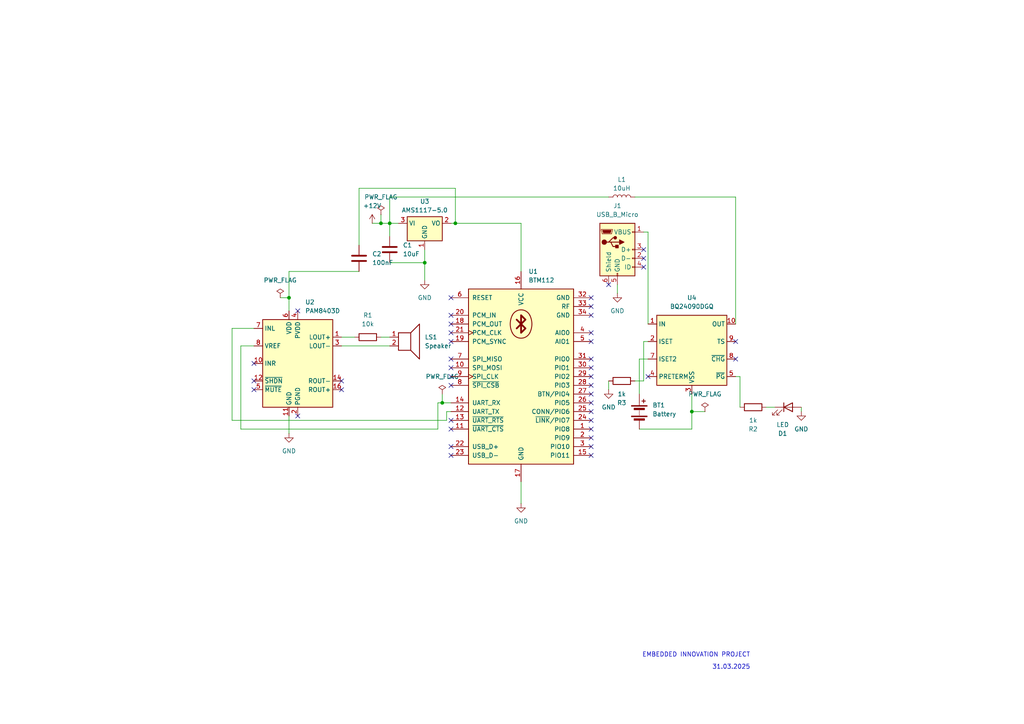
<source format=kicad_sch>
(kicad_sch (version 20250114) (generator "eeschema") (generator_version "9.0")
  (paper "A4")
  (lib_symbols
    (symbol "Amplifier_Audio:PAM8403D"
      (property "Reference" "U" (at 1.27 16.51 0))
      (property "Value" "PAM8403D" (at 6.096 14.224 0))
      (symbol "PAM8403D_0_1"
        (rectangle (start -10.16 12.7) (end 10.16 -12.7) (stroke (width 0.254)) (fill (type background)))
      )
      (symbol "PAM8403D_1_1"
        (pin input line (at -12.7 10.16 0) (length 2.54) (name "INL") (number "7"))
        (pin input line (at -12.7 5.08 0) (length 2.54) (name "VREF") (number "8"))
        (pin input line (at -12.7 0 0) (length 2.54) (name "INR") (number "10"))
        (pin input line (at -12.7 -5.08 0) (length 2.54) (name "~{SHDN}") (number "12"))
        (pin input line (at -12.7 -7.62 0) (length 2.54) (name "~{MUTE}") (number "5"))
        (pin power_in line (at -2.54 15.24 270) (length 2.54) (name "VDD") (number "6"))
        (pin power_in line (at -2.54 -15.24 90) (length 2.54) (name "GND") (number "11"))
        (pin passive line (at 0 15.24 270) (length 2.54) (hide yes) (name "PVDD") (number "13"))
        (pin power_in line (at 0 15.24 270) (length 2.54) (name "PVDD") (number "4"))
        (pin passive line (at 0 -15.24 90) (length 2.54) (hide yes) (name "PGND") (number "15"))
        (pin power_in line (at 0 -15.24 90) (length 2.54) (name "PGND") (number "2"))
        (pin no_connect line (at 10.16 -10.16 180) (length 2.54) (hide yes) (name "NC") (number "9"))
        (pin output line (at 12.7 7.62 180) (length 2.54) (name "LOUT+") (number "1"))
        (pin output line (at 12.7 5.08 180) (length 2.54) (name "LOUT-") (number "3"))
        (pin output line (at 12.7 -5.08 180) (length 2.54) (name "ROUT-") (number "14"))
        (pin output line (at 12.7 -7.62 180) (length 2.54) (name "ROUT+") (number "16"))
      )
    )
    (symbol "Battery_Management:BQ24090DGQ"
      (property "Reference" "U" (at -9.398 13.462 0))
      (property "Value" "BQ24090DGQ" (at -3.81 11.43 0))
      (symbol "BQ24090DGQ_0_1"
        (rectangle (start -10.16 10.16) (end 10.16 -10.16) (stroke (width 0.254)) (fill (type background)))
      )
      (symbol "BQ24090DGQ_1_1"
        (pin power_in line (at -12.7 7.62 0) (length 2.54) (name "IN") (number "1"))
        (pin passive line (at -12.7 2.54 0) (length 2.54) (name "ISET") (number "2"))
        (pin passive line (at -12.7 -2.54 0) (length 2.54) (name "ISET2") (number "7"))
        (pin passive line (at -12.7 -7.62 0) (length 2.54) (name "PRETERM") (number "4"))
        (pin passive line (at 0 -12.7 90) (length 2.54) (hide yes) (name "VSS") (number "11"))
        (pin power_in line (at 0 -12.7 90) (length 2.54) (name "VSS") (number "3"))
        (pin no_connect line (at 5.08 -10.16 90) (length 2.54) (hide yes) (name "NC") (number "6"))
        (pin power_out line (at 12.7 7.62 180) (length 2.54) (name "OUT") (number "10"))
        (pin passive line (at 12.7 2.54 180) (length 2.54) (name "TS") (number "9"))
        (pin open_collector line (at 12.7 -2.54 180) (length 2.54) (name "~{CHG}") (number "8"))
        (pin open_collector line (at 12.7 -7.62 180) (length 2.54) (name "~{PG}") (number "5"))
      )
    )
    (symbol "Connector:USB_B_Micro" (pin_names (offset 1.016))
      (property "Reference" "J" (at -5.08 11.43 0))
      (property "Value" "USB_B_Micro" (at -5.08 8.89 0))
      (symbol "USB_B_Micro_0_1"
        (rectangle (start -5.08 -7.62) (end 5.08 7.62) (stroke (width 0.254)) (fill (type background)))
        (polyline (pts (xy -4.699 5.842) (xy -4.699 5.588) (xy -4.445 4.826) (xy -4.445 4.572) (xy -1.651 4.572) (xy -1.651 4.826) (xy -1.397 5.588) (xy -1.397 5.842) (xy -4.699 5.842)))
        (polyline (pts (xy -4.318 5.588) (xy -1.778 5.588) (xy -2.032 4.826) (xy -4.064 4.826) (xy -4.318 5.588)) (fill (type outline)))
        (circle (center -3.81 2.159) (radius 0.635) (stroke (width 0.254)) (fill (type outline)))
        (polyline (pts (xy -3.175 2.159) (xy -2.54 2.159) (xy -1.27 3.429) (xy -0.635 3.429)) (stroke (width 0.254)))
        (polyline (pts (xy -2.54 2.159) (xy -1.905 2.159) (xy -1.27 0.889) (xy 0 0.889)) (stroke (width 0.254)))
        (polyline (pts (xy -1.905 2.159) (xy 0.635 2.159)) (stroke (width 0.254)))
        (circle (center -0.635 3.429) (radius 0.381) (stroke (width 0.254)) (fill (type outline)))
        (rectangle (start -0.127 -7.62) (end 0.127 -6.858))
        (rectangle (start 0.254 1.27) (end -0.508 0.508) (stroke (width 0.254)) (fill (type outline)))
        (polyline (pts (xy 0.635 2.794) (xy 0.635 1.524) (xy 1.905 2.159) (xy 0.635 2.794)) (stroke (width 0.254)) (fill (type outline)))
        (rectangle (start 5.08 4.953) (end 4.318 5.207))
        (rectangle (start 5.08 -0.127) (end 4.318 0.127))
        (rectangle (start 5.08 -2.667) (end 4.318 -2.413))
        (rectangle (start 5.08 -5.207) (end 4.318 -4.953))
      )
      (symbol "USB_B_Micro_1_1"
        (pin passive line (at -2.54 -10.16 90) (length 2.54) (name "Shield") (number "6"))
        (pin power_out line (at 0 -10.16 90) (length 2.54) (name "GND") (number "5"))
        (pin power_out line (at 7.62 5.08 180) (length 2.54) (name "VBUS") (number "1"))
        (pin bidirectional line (at 7.62 0 180) (length 2.54) (name "D+") (number "3"))
        (pin bidirectional line (at 7.62 -2.54 180) (length 2.54) (name "D-") (number "2"))
        (pin passive line (at 7.62 -5.08 180) (length 2.54) (name "ID") (number "4"))
      )
    )
    (symbol "Device:Battery" (pin_numbers (hide yes)) (pin_names (offset 0) (hide yes))
      (property "Reference" "BT" (at 2.54 2.54 0))
      (property "Value" "Battery" (at 2.54 0 0))
      (symbol "Battery_0_1"
        (rectangle (start -2.286 1.778) (end 2.286 1.524) (fill (type outline)))
        (rectangle (start -2.286 -1.27) (end 2.286 -1.524) (fill (type outline)))
        (rectangle (start -1.524 1.016) (end 1.524 0.508) (fill (type outline)))
        (rectangle (start -1.524 -2.032) (end 1.524 -2.54) (fill (type outline)))
        (polyline (pts (xy 0 1.778) (xy 0 2.54)))
        (polyline (pts (xy 0 0) (xy 0 0.254)))
        (polyline (pts (xy 0 -0.508) (xy 0 -0.254)))
        (polyline (pts (xy 0 -1.016) (xy 0 -0.762)))
        (polyline (pts (xy 0.762 3.048) (xy 1.778 3.048)) (stroke (width 0.254)))
        (polyline (pts (xy 1.27 3.556) (xy 1.27 2.54)) (stroke (width 0.254)))
      )
      (symbol "Battery_1_1"
        (pin passive line (at 0 5.08 270) (length 2.54) (name "+") (number "1"))
        (pin passive line (at 0 -5.08 90) (length 2.54) (name "-") (number "2"))
      )
    )
    (symbol "Device:C" (pin_numbers (hide yes)) (pin_names (offset 0.254))
      (property "Reference" "C" (at 0.635 2.54 0))
      (property "Value" "C" (at 0.635 -2.54 0))
      (symbol "C_0_1"
        (polyline (pts (xy -2.032 0.762) (xy 2.032 0.762)) (stroke (width 0.508)))
        (polyline (pts (xy -2.032 -0.762) (xy 2.032 -0.762)) (stroke (width 0.508)))
      )
      (symbol "C_1_1"
        (pin passive line (at 0 3.81 270) (length 2.794) (name "~") (number "1"))
        (pin passive line (at 0 -3.81 90) (length 2.794) (name "~") (number "2"))
      )
    )
    (symbol "Device:L" (pin_numbers (hide yes)) (pin_names (offset 1.016) (hide yes))
      (property "Reference" "L" (at -1.27 0 90))
      (property "Value" "L" (at 1.905 0 90))
      (symbol "L_0_1"
        (arc (start 0 2.54) (mid 0.6323 1.905) (end 0 1.27))
        (arc (start 0 1.27) (mid 0.6323 0.635) (end 0 0))
        (arc (start 0 0) (mid 0.6323 -0.635) (end 0 -1.27))
        (arc (start 0 -1.27) (mid 0.6323 -1.905) (end 0 -2.54))
      )
      (symbol "L_1_1"
        (pin passive line (at 0 3.81 270) (length 1.27) (name "1") (number "1"))
        (pin passive line (at 0 -3.81 90) (length 1.27) (name "2") (number "2"))
      )
    )
    (symbol "Device:LED" (pin_numbers (hide yes)) (pin_names (offset 1.016) (hide yes))
      (property "Reference" "D" (at 0 2.54 0))
      (property "Value" "LED" (at 0 -2.54 0))
      (symbol "LED_0_1"
        (polyline (pts (xy -3.048 -0.762) (xy -4.572 -2.286) (xy -3.81 -2.286) (xy -4.572 -2.286) (xy -4.572 -1.524)))
        (polyline (pts (xy -1.778 -0.762) (xy -3.302 -2.286) (xy -2.54 -2.286) (xy -3.302 -2.286) (xy -3.302 -1.524)))
        (polyline (pts (xy -1.27 0) (xy 1.27 0)))
        (polyline (pts (xy -1.27 -1.27) (xy -1.27 1.27)) (stroke (width 0.254)))
        (polyline (pts (xy 1.27 -1.27) (xy 1.27 1.27) (xy -1.27 0) (xy 1.27 -1.27)) (stroke (width 0.254)))
      )
      (symbol "LED_1_1"
        (pin passive line (at -3.81 0 0) (length 2.54) (name "K") (number "1"))
        (pin passive line (at 3.81 0 180) (length 2.54) (name "A") (number "2"))
      )
    )
    (symbol "Device:R" (pin_numbers (hide yes)) (pin_names (offset 0))
      (property "Reference" "R" (at 2.032 0 90))
      (property "Value" "R" (at 0 0 90))
      (symbol "R_0_1"
        (rectangle (start -1.016 -2.54) (end 1.016 2.54) (stroke (width 0.254)))
      )
      (symbol "R_1_1"
        (pin passive line (at 0 3.81 270) (length 1.27) (name "~") (number "1"))
        (pin passive line (at 0 -3.81 90) (length 1.27) (name "~") (number "2"))
      )
    )
    (symbol "Device:Speaker" (pin_names (offset 0) (hide yes))
      (property "Reference" "LS" (at 1.27 5.715 0))
      (property "Value" "Speaker" (at 1.27 3.81 0))
      (symbol "Speaker_0_0"
        (rectangle (start -2.54 1.27) (end 1.016 -3.81) (stroke (width 0.254)))
        (polyline (pts (xy 1.016 1.27) (xy 3.556 3.81) (xy 3.556 -6.35) (xy 1.016 -3.81)) (stroke (width 0.254)))
      )
      (symbol "Speaker_1_1"
        (pin input line (at -5.08 0 0) (length 2.54) (name "1") (number "1"))
        (pin input line (at -5.08 -2.54 0) (length 2.54) (name "2") (number "2"))
      )
    )
    (symbol "RF_Bluetooth:BTM112" (pin_names (offset 1.016))
      (property "Reference" "U" (at -15.24 29.21 0))
      (property "Value" "BTM112" (at -15.24 26.67 0))
      (symbol "BTM112_0_1"
        (rectangle (start -15.24 25.4) (end 15.24 -25.4) (stroke (width 0.254)) (fill (type background)))
        (arc (start 2.54 17.78) (mid 3.1396 15.24) (end 2.54 12.7) (stroke (width 0.254)) (fill (type background)))
        (polyline (pts (xy 0 17.78) (xy 1.27 16.51) (xy 0 15.24) (xy 1.27 13.97) (xy 0 12.7) (xy 0 17.78)) (stroke (width 0.508)))
        (arc (start -2.54 17.78) (mid 0 19.3498) (end 2.54 17.78) (stroke (width 0.254)) (fill (type background)))
        (polyline (pts (xy 0 15.24) (xy -1.27 16.51)) (stroke (width 0.508)))
        (polyline (pts (xy 0 15.24) (xy -1.27 13.97)) (stroke (width 0.508)))
        (arc (start 2.54 12.7) (mid 0 11.1302) (end -2.54 12.7) (stroke (width 0.254)) (fill (type background)))
        (arc (start -2.54 12.7) (mid -3.1396 15.24) (end -2.54 17.78) (stroke (width 0.254)) (fill (type background)))
      )
      (symbol "BTM112_1_1"
        (pin input line (at -20.32 22.86 0) (length 5.08) (name "RESET") (number "6"))
        (pin input line (at -20.32 17.78 0) (length 5.08) (name "PCM_IN") (number "20"))
        (pin output line (at -20.32 15.24 0) (length 5.08) (name "PCM_OUT") (number "18"))
        (pin bidirectional clock (at -20.32 12.7 0) (length 5.08) (name "PCM_CLK") (number "21"))
        (pin bidirectional line (at -20.32 10.16 0) (length 5.08) (name "PCM_SYNC") (number "19"))
        (pin output line (at -20.32 5.08 0) (length 5.08) (name "SPI_MISO") (number "7"))
        (pin input line (at -20.32 2.54 0) (length 5.08) (name "SPI_MOSI") (number "10"))
        (pin input clock (at -20.32 0 0) (length 5.08) (name "SPI_CLK") (number "9"))
        (pin input line (at -20.32 -2.54 0) (length 5.08) (name "~{SPI_CSB}") (number "8"))
        (pin input line (at -20.32 -7.62 0) (length 5.08) (name "UART_RX") (number "14"))
        (pin output line (at -20.32 -10.16 0) (length 5.08) (name "UART_TX") (number "12"))
        (pin output line (at -20.32 -12.7 0) (length 5.08) (name "~{UART_RTS}") (number "13"))
        (pin input line (at -20.32 -15.24 0) (length 5.08) (name "~{UART_CTS}") (number "11"))
        (pin bidirectional line (at -20.32 -20.32 0) (length 5.08) (name "USB_D+") (number "22"))
        (pin bidirectional line (at -20.32 -22.86 0) (length 5.08) (name "USB_D-") (number "23"))
        (pin power_in line (at 0 30.48 270) (length 5.08) (name "VCC") (number "16"))
        (pin power_in line (at 0 -30.48 90) (length 5.08) (name "GND") (number "17"))
        (pin power_in line (at 20.32 22.86 180) (length 5.08) (name "GND") (number "32"))
        (pin passive line (at 20.32 20.32 180) (length 5.08) (name "RF") (number "33"))
        (pin power_in line (at 20.32 17.78 180) (length 5.08) (name "GND") (number "34"))
        (pin passive line (at 20.32 12.7 180) (length 5.08) (name "AIO0") (number "4"))
        (pin passive line (at 20.32 10.16 180) (length 5.08) (name "AIO1") (number "5"))
        (pin bidirectional line (at 20.32 5.08 180) (length 5.08) (name "PIO0") (number "31"))
        (pin bidirectional line (at 20.32 2.54 180) (length 5.08) (name "PIO1") (number "30"))
        (pin bidirectional line (at 20.32 0 180) (length 5.08) (name "PIO2") (number "29"))
        (pin bidirectional line (at 20.32 -2.54 180) (length 5.08) (name "PIO3") (number "28"))
        (pin bidirectional line (at 20.32 -5.08 180) (length 5.08) (name "BTN/PIO4") (number "27"))
        (pin bidirectional line (at 20.32 -7.62 180) (length 5.08) (name "PIO5") (number "26"))
        (pin bidirectional line (at 20.32 -10.16 180) (length 5.08) (name "CONN/PIO6") (number "25"))
        (pin bidirectional line (at 20.32 -12.7 180) (length 5.08) (name "~{LINK}/PIO7") (number "24"))
        (pin bidirectional line (at 20.32 -15.24 180) (length 5.08) (name "PIO8") (number "1"))
        (pin bidirectional line (at 20.32 -17.78 180) (length 5.08) (name "PIO9") (number "2"))
        (pin bidirectional line (at 20.32 -20.32 180) (length 5.08) (name "PIO10") (number "3"))
        (pin bidirectional line (at 20.32 -22.86 180) (length 5.08) (name "PIO11") (number "15"))
      )
    )
    (symbol "Regulator_Linear:AMS1117-5.0"
      (property "Reference" "U" (at -3.81 3.175 0))
      (property "Value" "AMS1117-5.0" (at 0 3.175 0))
      (symbol "AMS1117-5.0_0_1"
        (rectangle (start -5.08 -5.08) (end 5.08 1.905) (stroke (width 0.254)) (fill (type background)))
      )
      (symbol "AMS1117-5.0_1_1"
        (pin power_in line (at -7.62 0 0) (length 2.54) (name "VI") (number "3"))
        (pin power_in line (at 0 -7.62 90) (length 2.54) (name "GND") (number "1"))
        (pin power_out line (at 7.62 0 180) (length 2.54) (name "VO") (number "2"))
      )
    )
    (symbol "power:+12V" (power) (pin_numbers (hide yes)) (pin_names (offset 0) (hide yes))
      (property "Value" "+12V" (at 0 3.556 0))
      (symbol "+12V_0_1"
        (polyline (pts (xy -0.762 1.27) (xy 0 2.54)))
        (polyline (pts (xy 0 2.54) (xy 0.762 1.27)))
        (polyline (pts (xy 0 0) (xy 0 2.54)))
      )
      (symbol "+12V_1_1"
        (pin power_in line (at 0 0 90) (length 0) (name "~") (number "1"))
      )
    )
    (symbol "power:GND" (power) (pin_numbers (hide yes)) (pin_names (offset 0) (hide yes))
      (property "Value" "GND" (at 0 -3.81 0))
      (symbol "GND_0_1"
        (polyline (pts (xy 0 0) (xy 0 -1.27) (xy 1.27 -1.27) (xy 0 -2.54) (xy -1.27 -1.27) (xy 0 -1.27)))
      )
      (symbol "GND_1_1"
        (pin power_in line (at 0 0 270) (length 0) (name "~") (number "1"))
      )
    )
    (symbol "power:PWR_FLAG" (power) (pin_numbers (hide yes)) (pin_names (offset 0) (hide yes))
      (property "Value" "PWR_FLAG" (at 0 3.81 0))
      (symbol "PWR_FLAG_0_0"
        (pin power_out line (at 0 0 90) (length 0) (name "~") (number "1"))
      )
      (symbol "PWR_FLAG_0_1"
        (polyline (pts (xy 0 0) (xy 0 1.27) (xy -1.016 1.905) (xy 0 2.54) (xy 1.016 1.905) (xy 0 1.27)))
      )
    )
  )
  (text "31.03.2025" (at 212.09 193.548 0) (effects (font (size 1.27 1.27))))
  (text "EMBEDDED INNOVATION PROJECT" (at 201.93 189.992 0) (effects (font (size 1.27 1.27))))
  (junction (at 123.19 76.2))
  (junction (at 128.27 116.84))
  (junction (at 110.49 64.77))
  (junction (at 200.66 119.38))
  (junction (at 83.82 86.36))
  (junction (at 132.08 64.77))
  (junction (at 113.03 64.77))
  (no_connect (at 213.36 99.06))
  (no_connect (at 187.96 109.22))
  (no_connect (at 171.45 106.68))
  (no_connect (at 130.81 121.92))
  (no_connect (at 171.45 96.52))
  (no_connect (at 130.81 129.54))
  (no_connect (at 130.81 91.44))
  (no_connect (at 130.81 104.14))
  (no_connect (at 73.66 105.41))
  (no_connect (at 99.06 113.03))
  (no_connect (at 130.81 99.06))
  (no_connect (at 171.45 132.08))
  (no_connect (at 171.45 129.54))
  (no_connect (at 171.45 99.06))
  (no_connect (at 213.36 104.14))
  (no_connect (at 171.45 119.38))
  (no_connect (at 73.66 113.03))
  (no_connect (at 130.81 124.46))
  (no_connect (at 171.45 91.44))
  (no_connect (at 130.81 111.76))
  (no_connect (at 130.81 106.68))
  (no_connect (at 99.06 110.49))
  (no_connect (at 176.53 82.55))
  (no_connect (at 130.81 93.98))
  (no_connect (at 171.45 88.9))
  (no_connect (at 130.81 109.22))
  (no_connect (at 73.66 110.49))
  (no_connect (at 130.81 96.52))
  (no_connect (at 171.45 111.76))
  (no_connect (at 186.69 74.93))
  (no_connect (at 171.45 86.36))
  (no_connect (at 86.36 90.17))
  (no_connect (at 86.36 120.65))
  (no_connect (at 171.45 127))
  (no_connect (at 171.45 121.92))
  (no_connect (at 171.45 109.22))
  (no_connect (at 171.45 104.14))
  (no_connect (at 186.69 72.39))
  (no_connect (at 130.81 86.36))
  (no_connect (at 186.69 77.47))
  (no_connect (at 171.45 116.84))
  (no_connect (at 171.45 114.3))
  (no_connect (at 130.81 132.08))
  (no_connect (at 171.45 124.46))
  (wire (pts (xy 113.03 64.77) (xy 115.57 64.77)))
  (wire (pts (xy 104.14 54.61) (xy 132.08 54.61)))
  (wire (pts (xy 83.82 78.74) (xy 104.14 78.74)))
  (wire (pts (xy 186.69 99.06) (xy 187.96 99.06)))
  (wire (pts (xy 232.41 118.11) (xy 232.41 119.38)))
  (wire (pts (xy 200.66 119.38) (xy 200.66 124.46)))
  (wire (pts (xy 179.07 82.55) (xy 179.07 85.09)))
  (wire (pts (xy 214.63 109.22) (xy 213.36 109.22)))
  (wire (pts (xy 67.31 121.92) (xy 67.31 95.25)))
  (wire (pts (xy 130.81 64.77) (xy 132.08 64.77)))
  (wire (pts (xy 113.03 64.77) (xy 113.03 68.58)))
  (wire (pts (xy 127 116.84) (xy 127 124.46)))
  (wire (pts (xy 123.19 76.2) (xy 123.19 81.28)))
  (wire (pts (xy 104.14 54.61) (xy 104.14 71.12)))
  (wire (pts (xy 187.96 93.98) (xy 187.96 67.31)))
  (wire (pts (xy 107.95 64.77) (xy 110.49 64.77)))
  (wire (pts (xy 176.53 57.15) (xy 113.03 57.15)))
  (wire (pts (xy 127 124.46) (xy 69.85 124.46)))
  (wire (pts (xy 214.63 109.22) (xy 214.63 118.11)))
  (wire (pts (xy 185.42 104.14) (xy 185.42 114.3)))
  (wire (pts (xy 69.85 100.33) (xy 73.66 100.33)))
  (wire (pts (xy 69.85 124.46) (xy 69.85 100.33)))
  (wire (pts (xy 224.79 118.11) (xy 222.25 118.11)))
  (wire (pts (xy 113.03 76.2) (xy 123.19 76.2)))
  (wire (pts (xy 186.69 110.49) (xy 184.15 110.49)))
  (wire (pts (xy 67.31 95.25) (xy 73.66 95.25)))
  (wire (pts (xy 128.27 116.84) (xy 127 116.84)))
  (wire (pts (xy 129.54 121.92) (xy 67.31 121.92)))
  (wire (pts (xy 132.08 54.61) (xy 132.08 64.77)))
  (wire (pts (xy 110.49 62.23) (xy 110.49 64.77)))
  (wire (pts (xy 213.36 93.98) (xy 213.36 57.15)))
  (wire (pts (xy 151.13 78.74) (xy 151.13 64.77)))
  (wire (pts (xy 83.82 120.65) (xy 83.82 125.73)))
  (wire (pts (xy 151.13 139.7) (xy 151.13 146.05)))
  (wire (pts (xy 113.03 57.15) (xy 113.03 64.77)))
  (wire (pts (xy 151.13 64.77) (xy 132.08 64.77)))
  (wire (pts (xy 130.81 116.84) (xy 128.27 116.84)))
  (wire (pts (xy 129.54 119.38) (xy 129.54 121.92)))
  (wire (pts (xy 81.28 86.36) (xy 83.82 86.36)))
  (wire (pts (xy 83.82 78.74) (xy 83.82 86.36)))
  (wire (pts (xy 186.69 67.31) (xy 187.96 67.31)))
  (wire (pts (xy 186.69 99.06) (xy 186.69 110.49)))
  (wire (pts (xy 128.27 114.3) (xy 128.27 116.84)))
  (wire (pts (xy 99.06 97.79) (xy 102.87 97.79)))
  (wire (pts (xy 200.66 119.38) (xy 204.47 119.38)))
  (wire (pts (xy 130.81 119.38) (xy 129.54 119.38)))
  (wire (pts (xy 83.82 86.36) (xy 83.82 90.17)))
  (wire (pts (xy 187.96 104.14) (xy 185.42 104.14)))
  (wire (pts (xy 213.36 57.15) (xy 184.15 57.15)))
  (wire (pts (xy 99.06 100.33) (xy 113.03 100.33)))
  (wire (pts (xy 110.49 97.79) (xy 113.03 97.79)))
  (wire (pts (xy 176.53 110.49) (xy 176.53 113.03)))
  (wire (pts (xy 200.66 124.46) (xy 185.42 124.46)))
  (wire (pts (xy 110.49 64.77) (xy 113.03 64.77)))
  (wire (pts (xy 123.19 72.39) (xy 123.19 76.2)))
  (wire (pts (xy 200.66 114.3) (xy 200.66 119.38)))
  (symbol (lib_id "power:+12V") (at 107.95 64.77 0) (unit 1)
    (property "Reference" "#PWR01" (effects (hide yes)))
    (property "Value" "+12V" (at 107.95 59.69 0))
    (property "Description" "Power symbol creates a global label with name \"+12V\"" (effects (hide yes)))
  )
  (symbol (lib_id "Device:Speaker") (at 118.11 97.79 0) (unit 1)
    (property "Reference" "LS1" (at 123.19 97.7899 0) (effects (justify left)))
    (property "Value" "Speaker" (at 123.19 100.3299 0) (effects (justify left)))
    (property "Footprint" "Buzzer_Beeper:Speaker_CUI_CMR-1206S-67" (effects (hide yes)))
    (property "Description" "Speaker" (effects (hide yes)))
  )
  (symbol (lib_id "Connector:USB_B_Micro") (at 179.07 72.39 0) (unit 1)
    (property "Reference" "J1" (at 179.07 59.69 0))
    (property "Value" "USB_B_Micro" (at 179.07 62.23 0))
    (property "Footprint" "Connector_USB:USB_Micro-B_GCT_USB3076-30-A" (effects (hide yes)))
    (property "Description" "USB Micro Type B connector" (effects (hide yes)))
  )
  (symbol (lib_id "power:GND") (at 232.41 119.38 0) (unit 1)
    (property "Reference" "#PWR06" (effects (hide yes)))
    (property "Value" "GND" (at 232.41 124.46 0))
    (property "Description" "Power symbol creates a global label with name \"GND\" , ground" (effects (hide yes)))
  )
  (symbol (lib_id "Device:L") (at 180.34 57.15 90) (unit 1)
    (property "Reference" "L1" (at 180.34 52.07 90))
    (property "Value" "10uH" (at 180.34 54.61 90))
    (property "Footprint" "Inductor_SMD:L_0805_2012Metric" (effects (hide yes)))
    (property "Description" "Inductor" (effects (hide yes)))
  )
  (symbol (lib_id "power:PWR_FLAG") (at 204.47 119.38 0) (unit 1)
    (property "Reference" "#FLG03" (effects (hide yes)))
    (property "Value" "PWR_FLAG" (at 204.47 114.3 0))
    (property "Description" "Special symbol for telling ERC where power comes from" (effects (hide yes)))
  )
  (symbol (lib_id "RF_Bluetooth:BTM112") (at 151.13 109.22 0) (unit 1)
    (property "Reference" "U1" (at 153.2733 78.74 0) (effects (justify left)))
    (property "Value" "BTM112" (at 153.2733 81.28 0) (effects (justify left)))
    (property "Footprint" "RF_Module:NINA-B111" (effects (hide yes)))
    (property "Datasheet" "https://www.sparkfun.com/datasheets/Wireless/Bluetooth/BTM112_wATcommands.pdf" (effects (hide yes)))
    (property "Description" "Bluetooth SPP Module, UART, Class 2" (effects (hide yes)))
  )
  (symbol (lib_id "power:GND") (at 83.82 125.73 0) (unit 1)
    (property "Reference" "#PWR04" (effects (hide yes)))
    (property "Value" "GND" (at 83.82 130.81 0))
    (property "Description" "Power symbol creates a global label with name \"GND\" , ground" (effects (hide yes)))
  )
  (symbol (lib_id "power:GND") (at 151.13 146.05 0) (unit 1)
    (property "Reference" "#PWR03" (effects (hide yes)))
    (property "Value" "GND" (at 151.13 151.13 0))
    (property "Description" "Power symbol creates a global label with name \"GND\" , ground" (effects (hide yes)))
  )
  (symbol (lib_id "Amplifier_Audio:PAM8403D") (at 86.36 105.41 0) (unit 1)
    (property "Reference" "U2" (at 88.5033 87.63 0) (effects (justify left)))
    (property "Value" "PAM8403D" (at 88.5033 90.17 0) (effects (justify left)))
    (property "Footprint" "Package_SO:SOP-16_3.9x9.9mm_P1.27mm" (effects (hide yes)))
    (property "Datasheet" "https://www.diodes.com/assets/Datasheets/products_inactive_data/PAM8403.pdf" (effects (hide yes)))
    (property "Description" "3W Filterless Class-D Stereo Audio Amplifier, SOP-16" (effects (hide yes)))
  )
  (symbol (lib_id "Device:R") (at 218.44 118.11 270) (unit 1)
    (property "Reference" "R2" (at 218.44 124.46 90))
    (property "Value" "1k" (at 218.44 121.92 90))
    (property "Footprint" "Resistor_SMD:R_0815_2038Metric" (effects (hide yes)))
    (property "Description" "Resistor" (effects (hide yes)))
  )
  (symbol (lib_id "power:GND") (at 123.19 81.28 0) (unit 1)
    (property "Reference" "#PWR02" (effects (hide yes)))
    (property "Value" "GND" (at 123.19 86.36 0))
    (property "Description" "Power symbol creates a global label with name \"GND\" , ground" (effects (hide yes)))
  )
  (symbol (lib_id "power:PWR_FLAG") (at 81.28 86.36 0) (unit 1)
    (property "Reference" "#FLG04" (effects (hide yes)))
    (property "Value" "PWR_FLAG" (at 81.28 81.28 0))
    (property "Description" "Special symbol for telling ERC where power comes from" (effects (hide yes)))
  )
  (symbol (lib_id "power:GND") (at 179.07 85.09 0) (unit 1)
    (property "Reference" "#PWR05" (effects (hide yes)))
    (property "Value" "GND" (at 179.07 90.17 0))
    (property "Description" "Power symbol creates a global label with name \"GND\" , ground" (effects (hide yes)))
  )
  (symbol (lib_id "power:GND") (at 176.53 113.03 0) (unit 1)
    (property "Reference" "#PWR07" (effects (hide yes)))
    (property "Value" "GND" (at 176.53 118.11 0))
    (property "Description" "Power symbol creates a global label with name \"GND\" , ground" (effects (hide yes)))
  )
  (symbol (lib_id "Device:C") (at 113.03 72.39 0) (unit 1)
    (property "Reference" "C1" (at 116.84 71.1199 0) (effects (justify left)))
    (property "Value" "10uF" (at 116.84 73.6599 0) (effects (justify left)))
    (property "Footprint" "Capacitor_SMD:C_Elec_3x5.4" (effects (hide yes)))
    (property "Description" "Unpolarized capacitor" (effects (hide yes)))
  )
  (symbol (lib_id "Battery_Management:BQ24090DGQ") (at 200.66 101.6 0) (unit 1)
    (property "Reference" "U4" (at 200.66 86.36 0))
    (property "Value" "BQ24090DGQ" (at 200.66 88.9 0))
    (property "Footprint" "Package_SO:HVSSOP-10-1EP_3x3mm_P0.5mm_EP1.57x1.88mm_ThermalVias" (effects (hide yes)))
    (property "Datasheet" "http://www.ti.com/lit/ds/symlink/bq24090.pdf" (effects (hide yes)))
    (property "Description" "1A, Single-Input, SingleCell Li-Ion and Li-Pol BatteryCharger, HVSSOP-10" (effects (hide yes)))
  )
  (symbol (lib_id "Regulator_Linear:AMS1117-5.0") (at 123.19 64.77 0) (unit 1)
    (property "Reference" "U3" (at 123.19 58.42 0))
    (property "Value" "AMS1117-5.0" (at 123.19 60.96 0))
    (property "Footprint" "Package_TO_SOT_SMD:SOT-223-3_TabPin2" (effects (hide yes)))
    (property "Datasheet" "http://www.advanced-monolithic.com/pdf/ds1117.pdf" (effects (hide yes)))
    (property "Description" "1A Low Dropout regulator, positive, 5.0V fixed output, SOT-223" (effects (hide yes)))
  )
  (symbol (lib_id "Device:R") (at 106.68 97.79 90) (unit 1)
    (property "Reference" "R1" (at 106.68 91.44 90))
    (property "Value" "10k" (at 106.68 93.98 90))
    (property "Footprint" "Resistor_SMD:R_0815_2038Metric" (effects (hide yes)))
    (property "Description" "Resistor" (effects (hide yes)))
  )
  (symbol (lib_id "Device:C") (at 104.14 74.93 0) (unit 1)
    (property "Reference" "C2" (at 107.95 73.6599 0) (effects (justify left)))
    (property "Value" "100nF" (at 107.95 76.1999 0) (effects (justify left)))
    (property "Footprint" "Capacitor_SMD:C_Elec_3x5.4" (effects (hide yes)))
    (property "Description" "Unpolarized capacitor" (effects (hide yes)))
  )
  (symbol (lib_id "Device:Battery") (at 185.42 119.38 0) (unit 1)
    (property "Reference" "BT1" (at 189.23 117.5384 0) (effects (justify left)))
    (property "Value" "Battery" (at 189.23 120.0784 0) (effects (justify left)))
    (property "Footprint" "Battery:Battery_Panasonic_CR1632-V1AN_Vertical_CircularHoles" (effects (hide yes)))
    (property "Description" "Multiple-cell battery" (effects (hide yes)))
  )
  (symbol (lib_id "power:PWR_FLAG") (at 128.27 114.3 0) (unit 1)
    (property "Reference" "#FLG05" (effects (hide yes)))
    (property "Value" "PWR_FLAG" (at 128.27 109.22 0))
    (property "Description" "Special symbol for telling ERC where power comes from" (effects (hide yes)))
  )
  (symbol (lib_id "Device:R") (at 180.34 110.49 270) (unit 1)
    (property "Reference" "R3" (at 180.34 116.84 90))
    (property "Value" "1k" (at 180.34 114.3 90))
    (property "Footprint" "Resistor_SMD:R_0815_2038Metric" (effects (hide yes)))
    (property "Description" "Resistor" (effects (hide yes)))
  )
  (symbol (lib_id "power:PWR_FLAG") (at 110.49 62.23 0) (unit 1)
    (property "Reference" "#FLG01" (effects (hide yes)))
    (property "Value" "PWR_FLAG" (at 110.49 57.15 0))
    (property "Description" "Special symbol for telling ERC where power comes from" (effects (hide yes)))
  )
  (symbol (lib_id "Device:LED") (at 228.6 118.11 0) (unit 1)
    (property "Reference" "D1" (at 227.0125 125.73 0))
    (property "Value" "LED" (at 227.0125 123.19 0))
    (property "Footprint" "LED_SMD:LED_miniPLCC_2315" (effects (hide yes)))
    (property "Description" "Light emitting diode" (effects (hide yes)))
    (property "Sim.Pins" "1=K 2=A" (effects (hide yes)))
  )
)
</source>
